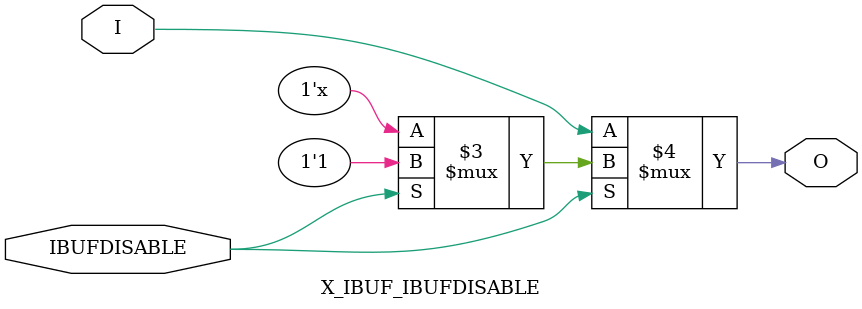
<source format=v>

`timescale  1 ps / 1 ps


module X_IBUF_IBUFDISABLE (O, I, IBUFDISABLE);

    parameter IBUF_LOW_PWR = "TRUE";
    parameter IOSTANDARD = "DEFAULT";
    parameter LOC = "UNPLACED";
    parameter USE_IBUFDISABLE = "TRUE";
    
    output O;

    input  I;
    input  IBUFDISABLE;

    initial begin
	
        case (IBUF_LOW_PWR)

            "FALSE", "TRUE" : ;
            default : begin
                          $display("Attribute Syntax Error : The attribute IBUF_LOW_PWR on X_IBUF_IBUFDISABLE instance %m is set to %s.  Legal values for this attribute are TRUE or FALSE.", IBUF_LOW_PWR);
                          $finish;
                      end

        endcase


    end

    generate
       case (USE_IBUFDISABLE)
          "TRUE" :  begin
                        assign O = (IBUFDISABLE == 0)? I : (IBUFDISABLE == 1)? 1'b1  : 1'bx;
                    end
          "FALSE" : begin
                        assign O = I;
                    end
       endcase
    endgenerate

    specify

        (I => O) 		= (0:0:0,  0:0:0);
        (IBUFDISABLE => O)	= (0:0:0,  0:0:0);

        specparam PATHPULSE$ = 0;

    endspecify

endmodule

</source>
